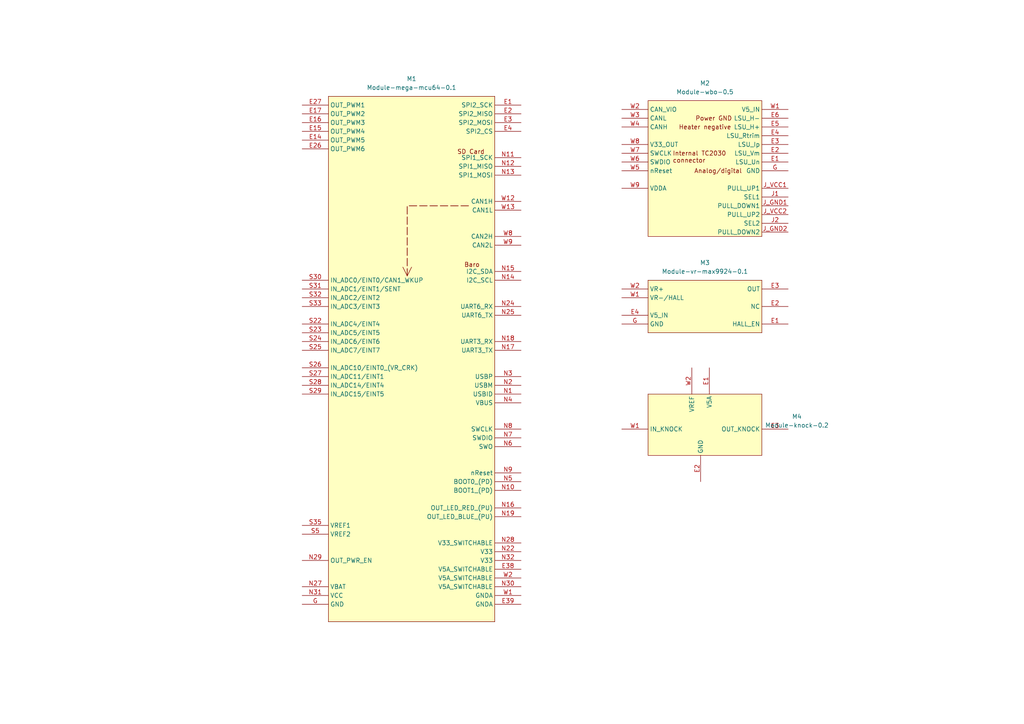
<source format=kicad_sch>
(kicad_sch (version 20230121) (generator eeschema)
  (paper "A4")
  (lib_symbols
    (symbol "knock:Module-knock-0.2"
      (property "Reference" "M" (at 0 0 0))
      (property "Value" "Module-knock-0.2" (at 0 0 0))
      (symbol "Module-knock-0.2_1_0"
        (rectangle (start 33.02 0) (end 0 -17.78) (fill (type background)))
        (pin passive line (at 17.78 7.62 270) (length 7.62) (name "V5A") (number "E1"))
        (pin passive line (at 15.24 -25.4 90) (length 7.62) (name "GND") (number "E2"))
        (pin passive line (at 40.64 -10.16 180) (length 7.62) (name "OUT_KNOCK") (number "E3"))
        (pin passive line (at -7.62 -10.16 0) (length 7.62) (name "IN_KNOCK") (number "W1"))
        (pin passive line (at 12.7 7.62 270) (length 7.62) (name "VREF") (number "W2"))
      )
    )
    (symbol "mega-mcu64:Module-mega-mcu64-0.1"
      (property "Reference" "M1000" (at 8.89 3.81 0))
      (property "Value" "Module-mega-mcu64-0.1" (at 0 0 0))
      (symbol "Module-mega-mcu64-0.1_1_0"
        (rectangle (start 7.62 2.54) (end 55.88 -149.86) (fill (type background)))
        (text "Baro" (at 46.99 -46.99 0) (effects (font (size 1.27 1.27)) (justify left bottom)))
        (text "SD Card" (at 44.958 -14.224 0) (effects (font (size 1.27 1.27)) (justify left bottom)))
        (pin passive line (at 63.5 0 180) (length 7.62) (name "SPI2_SCK") (number "E1"))
        (pin passive line (at 0 -10.16 0) (length 7.62) (name "OUT_PWM5") (number "E14"))
        (pin passive line (at 0 -7.62 0) (length 7.62) (name "OUT_PWM4") (number "E15"))
        (pin passive line (at 0 -5.08 0) (length 7.62) (name "OUT_PWM3") (number "E16"))
        (pin passive line (at 0 -2.54 0) (length 7.62) (name "OUT_PWM2") (number "E17"))
        (pin passive line (at 63.5 -2.54 180) (length 7.62) (name "SPI2_MISO") (number "E2"))
        (pin passive line (at 0 -12.7 0) (length 7.62) (name "OUT_PWM6") (number "E26"))
        (pin passive line (at 0 0 0) (length 7.62) (name "OUT_PWM1") (number "E27"))
        (pin passive line (at 63.5 -5.08 180) (length 7.62) (name "SPI2_MOSI") (number "E3"))
        (pin passive line (at 63.5 -134.62 180) (length 7.62) (name "V5A_SWITCHABLE") (number "E38"))
        (pin passive line (at 63.5 -144.78 180) (length 7.62) (name "GNDA") (number "E39"))
        (pin passive line (at 63.5 -7.62 180) (length 7.62) (name "SPI2_CS") (number "E4"))
        (pin passive line (at 0 -144.78 0) (length 7.62) (name "GND") (number "G"))
        (pin passive line (at 63.5 -83.82 180) (length 7.62) (name "USBID") (number "N1"))
        (pin passive line (at 63.5 -111.76 180) (length 7.62) (name "BOOT1_(PD)") (number "N10"))
        (pin passive line (at 63.5 -15.24 180) (length 7.62) (name "SPI1_SCK") (number "N11"))
        (pin passive line (at 63.5 -17.78 180) (length 7.62) (name "SPI1_MISO") (number "N12"))
        (pin passive line (at 63.5 -20.32 180) (length 7.62) (name "SPI1_MOSI") (number "N13"))
        (pin passive line (at 63.5 -50.8 180) (length 7.62) (name "I2C_SCL") (number "N14"))
        (pin passive line (at 63.5 -48.26 180) (length 7.62) (name "I2C_SDA") (number "N15"))
        (pin passive line (at 63.5 -116.84 180) (length 7.62) (name "OUT_LED_RED_(PU)") (number "N16"))
        (pin passive line (at 63.5 -71.12 180) (length 7.62) (name "UART3_TX") (number "N17"))
        (pin passive line (at 63.5 -68.58 180) (length 7.62) (name "UART3_RX") (number "N18"))
        (pin passive line (at 63.5 -119.38 180) (length 7.62) (name "OUT_LED_BLUE_(PU)") (number "N19"))
        (pin passive line (at 63.5 -81.28 180) (length 7.62) (name "USBM") (number "N2"))
        (pin passive line (at 63.5 -129.54 180) (length 7.62) (name "V33") (number "N22"))
        (pin passive line (at 63.5 -58.42 180) (length 7.62) (name "UART6_RX") (number "N24"))
        (pin passive line (at 63.5 -60.96 180) (length 7.62) (name "UART6_TX") (number "N25"))
        (pin passive line (at 0 -139.7 0) (length 7.62) (name "VBAT") (number "N27"))
        (pin passive line (at 63.5 -127 180) (length 7.62) (name "V33_SWITCHABLE") (number "N28"))
        (pin passive line (at 0 -132.08 0) (length 7.62) (name "OUT_PWR_EN") (number "N29"))
        (pin passive line (at 63.5 -78.74 180) (length 7.62) (name "USBP") (number "N3"))
        (pin passive line (at 63.5 -139.7 180) (length 7.62) (name "V5A_SWITCHABLE") (number "N30"))
        (pin passive line (at 0 -142.24 0) (length 7.62) (name "VCC") (number "N31"))
        (pin passive line (at 63.5 -132.08 180) (length 7.62) (name "V33") (number "N32"))
        (pin passive line (at 63.5 -86.36 180) (length 7.62) (name "VBUS") (number "N4"))
        (pin passive line (at 63.5 -109.22 180) (length 7.62) (name "BOOT0_(PD)") (number "N5"))
        (pin passive line (at 63.5 -99.06 180) (length 7.62) (name "SWO") (number "N6"))
        (pin passive line (at 63.5 -96.52 180) (length 7.62) (name "SWDIO") (number "N7"))
        (pin passive line (at 63.5 -93.98 180) (length 7.62) (name "SWCLK") (number "N8"))
        (pin passive line (at 63.5 -106.68 180) (length 7.62) (name "nReset") (number "N9"))
        (pin passive line (at 0 -63.5 0) (length 7.62) (name "IN_ADC4/EINT4") (number "S22"))
        (pin passive line (at 0 -66.04 0) (length 7.62) (name "IN_ADC5/EINT5") (number "S23"))
        (pin passive line (at 0 -68.58 0) (length 7.62) (name "IN_ADC6/EINT6") (number "S24"))
        (pin passive line (at 0 -71.12 0) (length 7.62) (name "IN_ADC7/EINT7") (number "S25"))
        (pin passive line (at 0 -76.2 0) (length 7.62) (name "IN_ADC10/EINT0_(VR_CRK)") (number "S26"))
        (pin passive line (at 0 -78.74 0) (length 7.62) (name "IN_ADC11/EINT1") (number "S27"))
        (pin passive line (at 0 -81.28 0) (length 7.62) (name "IN_ADC14/EINT4") (number "S28"))
        (pin passive line (at 0 -83.82 0) (length 7.62) (name "IN_ADC15/EINT5") (number "S29"))
        (pin passive line (at 0 -50.8 0) (length 7.62) (name "IN_ADC0/EINT0/CAN1_WKUP") (number "S30"))
        (pin passive line (at 0 -53.34 0) (length 7.62) (name "IN_ADC1/EINT1/SENT") (number "S31"))
        (pin passive line (at 0 -55.88 0) (length 7.62) (name "IN_ADC2/EINT2") (number "S32"))
        (pin passive line (at 0 -58.42 0) (length 7.62) (name "IN_ADC3/EINT3") (number "S33"))
        (pin passive line (at 0 -121.92 0) (length 7.62) (name "VREF1") (number "S35"))
        (pin passive line (at 0 -124.46 0) (length 7.62) (name "VREF2") (number "S5"))
        (pin passive line (at 63.5 -142.24 180) (length 7.62) (name "GNDA") (number "W1"))
        (pin passive line (at 63.5 -27.94 180) (length 7.62) (name "CAN1H") (number "W12"))
        (pin passive line (at 63.5 -30.48 180) (length 7.62) (name "CAN1L") (number "W13"))
        (pin passive line (at 63.5 -137.16 180) (length 7.62) (name "V5A_SWITCHABLE") (number "W2"))
        (pin passive line (at 63.5 -38.1 180) (length 7.62) (name "CAN2H") (number "W8"))
        (pin passive line (at 63.5 -40.64 180) (length 7.62) (name "CAN2L") (number "W9"))
      )
      (symbol "Module-mega-mcu64-0.1_1_1"
        (polyline (pts (xy 30.48 -49.53) (xy 29.21 -46.99)))
        (polyline (pts (xy 30.48 -49.53) (xy 31.75 -46.99)))
        (polyline (pts (xy 48.26 -29.21) (xy 30.48 -29.21) (xy 30.48 -49.53)) (stroke (width 0.2) (type dash)))
      )
    )
    (symbol "vr-max9924:Module-vr-max9924-0.1"
      (property "Reference" "M" (at 1.27 1.27 0))
      (property "Value" "Module-vr-max9924-0.1" (at 16.51 -16.51 0))
      (symbol "Module-vr-max9924-0.1_1_0"
        (rectangle (start 0 0) (end 33.02 -15.24) (fill (type background)))
        (pin passive line (at 40.64 -12.7 180) (length 7.62) (name "HALL_EN") (number "E1"))
        (pin passive line (at 40.64 -7.62 180) (length 7.62) (name "NC") (number "E2"))
        (pin passive line (at 40.64 -2.54 180) (length 7.62) (name "OUT") (number "E3"))
        (pin passive line (at -7.62 -10.16 0) (length 7.62) (name "V5_IN") (number "E4"))
        (pin passive line (at -7.62 -12.7 0) (length 7.62) (name "GND") (number "G"))
        (pin passive line (at -7.62 -5.08 0) (length 7.62) (name "VR-/HALL") (number "W1"))
        (pin passive line (at -7.62 -2.54 0) (length 7.62) (name "VR+") (number "W2"))
      )
    )
    (symbol "wbo:Module-wbo-0.5"
      (property "Reference" "M" (at 1.27 1.27 0))
      (property "Value" "Module-wbo-0.5" (at 8.89 -40.64 0))
      (symbol "Module-wbo-0.5_0_0"
        (text "Analog/digital" (at 20.32 -20.32 0) (effects (font (size 1.27 1.27))))
        (text "Heater negative" (at 16.51 -7.62 0) (effects (font (size 1.27 1.27))))
        (text "Power GND" (at 19.05 -5.08 0) (effects (font (size 1.27 1.27))))
      )
      (symbol "Module-wbo-0.5_1_0"
        (rectangle (start 0 0) (end 33.02 -39.37) (fill (type background)))
        (text "Internal TC2030\nconnector" (at 7.1222 -16.2666 0) (effects (font (size 1.27 1.27)) (justify left)))
        (pin passive line (at 40.64 -17.78 180) (length 7.62) (name "LSU_Un") (number "E1"))
        (pin passive line (at 40.64 -15.24 180) (length 7.62) (name "LSU_Vm") (number "E2"))
        (pin passive line (at 40.64 -12.7 180) (length 7.62) (name "LSU_Ip") (number "E3"))
        (pin passive line (at 40.64 -10.16 180) (length 7.62) (name "LSU_Rtrim") (number "E4"))
        (pin passive line (at 40.64 -7.62 180) (length 7.62) (name "LSU_H+") (number "E5"))
        (pin passive line (at 40.64 -5.08 180) (length 7.62) (name "LSU_H-") (number "E6"))
        (pin passive line (at 40.64 -20.32 180) (length 7.62) (name "GND") (number "G"))
        (pin passive line (at 40.64 -27.94 180) (length 7.62) (name "SEL1") (number "J1"))
        (pin passive line (at 40.64 -35.56 180) (length 7.62) (name "SEL2") (number "J2"))
        (pin passive line (at 40.64 -30.48 180) (length 7.62) (name "PULL_DOWN1") (number "J_GND1"))
        (pin passive line (at 40.64 -38.1 180) (length 7.62) (name "PULL_DOWN2") (number "J_GND2"))
        (pin passive line (at 40.64 -25.4 180) (length 7.62) (name "PULL_UP1") (number "J_VCC1"))
        (pin passive line (at 40.64 -33.02 180) (length 7.62) (name "PULL_UP2") (number "J_VCC2"))
        (pin passive line (at 40.64 -2.54 180) (length 7.62) (name "V5_IN") (number "W1"))
        (pin passive line (at -7.62 -2.54 0) (length 7.62) (name "CAN_VIO") (number "W2"))
        (pin passive line (at -7.62 -5.08 0) (length 7.62) (name "CANL") (number "W3"))
        (pin passive line (at -7.62 -7.62 0) (length 7.62) (name "CANH") (number "W4"))
        (pin passive line (at -7.62 -20.32 0) (length 7.62) (name "nReset") (number "W5"))
        (pin passive line (at -7.62 -17.78 0) (length 7.62) (name "SWDIO") (number "W6"))
        (pin passive line (at -7.62 -15.24 0) (length 7.62) (name "SWCLK") (number "W7"))
        (pin passive line (at -7.62 -12.7 0) (length 7.62) (name "V33_OUT") (number "W8"))
        (pin passive line (at -7.62 -25.4 0) (length 7.62) (name "VDDA") (number "W9"))
      )
    )
  )
  (symbol (lib_id "knock:Module-knock-0.2") (at 187.96 114.3 0) (unit 1)
    (property "Reference" "M4" (at 231.14 120.8121 0))
    (property "Value" "Module-knock-0.2" (at 231.14 123.3521 0))
    (property "Footprint" "0.2:knock" (effects hide))
  )
  (symbol (lib_id "mega-mcu64:Module-mega-mcu64-0.1") (at 87.63 30.48 0) (unit 1)
    (property "Reference" "M1" (at 119.38 22.86 0))
    (property "Value" "Module-mega-mcu64-0.1" (at 119.38 25.4 0))
    (property "Footprint" "0.1:mega-mcu64" (effects hide))
  )
  (symbol (lib_id "wbo:Module-wbo-0.5") (at 187.96 29.21 0) (unit 1)
    (property "Reference" "M2" (at 204.47 24.13 0))
    (property "Value" "Module-wbo-0.5" (at 204.47 26.67 0))
    (property "Footprint" "0.5:wbo" (effects hide))
  )
  (symbol (lib_id "vr-max9924:Module-vr-max9924-0.1") (at 187.96 81.28 0) (unit 1)
    (property "Reference" "M3" (at 204.47 76.2 0))
    (property "Value" "Module-vr-max9924-0.1" (at 204.47 78.74 0))
    (property "Footprint" "0.3:vr-max9924" (effects hide))
  )
)
</source>
